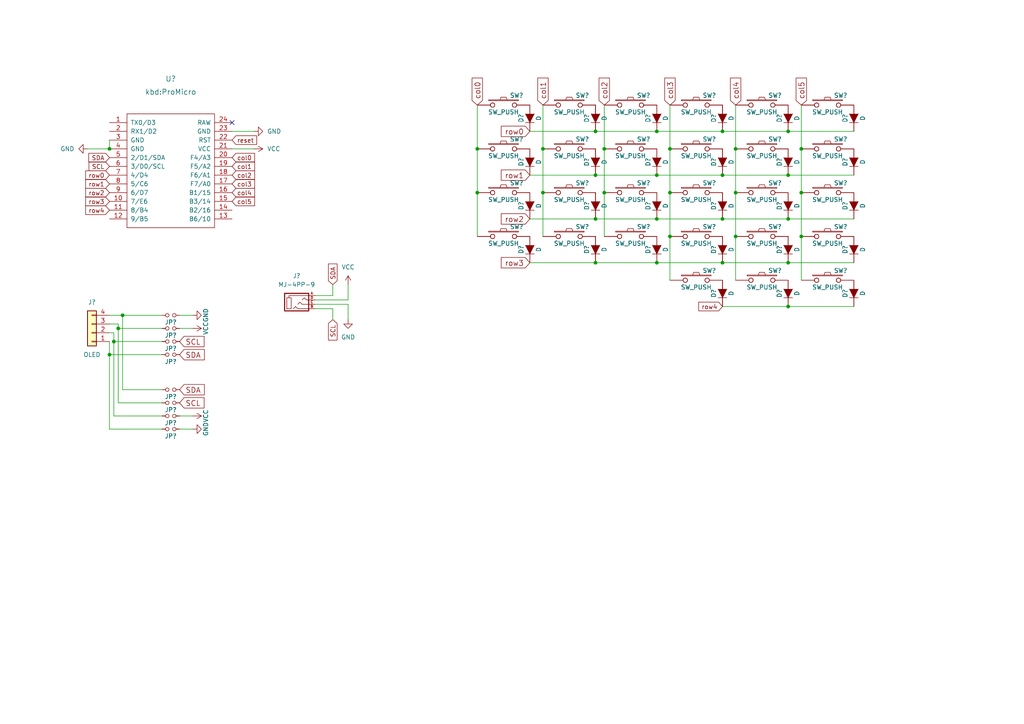
<source format=kicad_sch>
(kicad_sch (version 20211123) (generator eeschema)
  (paper "A4")
  (lib_symbols
    (symbol "Connector_Generic:Conn_01x04" (pin_names (offset 1.016) hide)
      (property "Reference" "J" (at 0 5.08 0))
      (property "Value" "Conn_01x04" (at 0 -7.62 0))
      (symbol "Conn_01x04_1_1"
        (rectangle (start -1.27 -4.953) (end 0 -5.207) (stroke (width 0.1524)))
        (rectangle (start -1.27 -2.413) (end 0 -2.667) (stroke (width 0.1524)))
        (rectangle (start -1.27 0.127) (end 0 -0.127) (stroke (width 0.1524)))
        (rectangle (start -1.27 2.667) (end 0 2.413) (stroke (width 0.1524)))
        (rectangle (start -1.27 3.81) (end 1.27 -6.35) (stroke (width 0.254)) (fill (type background)))
        (pin passive line (at -5.08 2.54 0) (length 3.81) (name "Pin_1") (number "1"))
        (pin passive line (at -5.08 0 0) (length 3.81) (name "Pin_2") (number "2"))
        (pin passive line (at -5.08 -2.54 0) (length 3.81) (name "Pin_3") (number "3"))
        (pin passive line (at -5.08 -5.08 0) (length 3.81) (name "Pin_4") (number "4"))
      )
    )
    (symbol "corne-classic-cache:Device{colon}Jumper_NO_Small" (pin_numbers hide) (pin_names (offset 0.762) hide)
      (property "Reference" "JP" (at 0 2.032 0))
      (property "Value" "Device{colon}Jumper_NO_Small" (at 0.254 -1.524 0))
      (symbol "Device{colon}Jumper_NO_Small_0_1"
        (circle (center -1.016 0) (radius 0.508))
        (circle (center 1.016 0) (radius 0.508))
        (pin passive line (at -2.54 0 0) (length 1.016) (name "1") (number "1"))
        (pin passive line (at 2.54 0 180) (length 1.016) (name "2") (number "2"))
      )
    )
    (symbol "kbd:MJ-4PP-9" (pin_names (offset 1.016))
      (property "Reference" "J" (at 0 3.81 0))
      (property "Value" "MJ-4PP-9" (at 0 -3.81 0))
      (symbol "MJ-4PP-9_0_1"
        (rectangle (start -1.905 -1.905) (end -3.175 1.27))
        (polyline (pts (xy -2.54 1.27) (xy -2.54 1.905) (xy 3.175 1.905)))
        (polyline (pts (xy -1.27 -1.905) (xy -0.635 -1.27) (xy 0 -1.905) (xy 3.175 -1.905)))
        (polyline (pts (xy 0 -0.635) (xy 0.635 0) (xy 1.27 -0.635) (xy 3.175 -0.635)))
        (polyline (pts (xy 1.27 0.635) (xy 1.905 1.27) (xy 2.54 0.635) (xy 3.175 0.635)))
        (rectangle (start 3.175 2.54) (end -3.81 -2.54) (stroke (width 0.3048)))
      )
      (symbol "MJ-4PP-9_1_1"
        (pin input line (at 5.08 1.905 180) (length 2.0066) (name "~") (number "A"))
        (pin input line (at 5.08 -1.905 180) (length 2.0066) (name "~") (number "B"))
        (pin input line (at 5.08 -0.635 180) (length 2.0066) (name "~") (number "C"))
        (pin input line (at 5.08 0.635 180) (length 2.0066) (name "~") (number "D"))
      )
    )
    (symbol "kbd:ProMicro" (pin_names (offset 1.016))
      (property "Reference" "U" (at 0 19.05 0))
      (property "Value" "ProMicro" (at 0 -19.05 0))
      (symbol "ProMicro_0_1"
        (rectangle (start -12.7 16.51) (end 12.7 -16.51))
      )
      (symbol "ProMicro_1_1"
        (pin bidirectional line (at -17.78 13.97 0) (length 5.08) (name "TX0/D3") (number "1"))
        (pin bidirectional line (at -17.78 -8.89 0) (length 5.08) (name "7/E6") (number "10"))
        (pin bidirectional line (at -17.78 -11.43 0) (length 5.08) (name "8/B4") (number "11"))
        (pin bidirectional line (at -17.78 -13.97 0) (length 5.08) (name "9/B5") (number "12"))
        (pin bidirectional line (at 17.78 -13.97 180) (length 5.08) (name "B6/10") (number "13"))
        (pin bidirectional line (at 17.78 -11.43 180) (length 5.08) (name "B2/16") (number "14"))
        (pin bidirectional line (at 17.78 -8.89 180) (length 5.08) (name "B3/14") (number "15"))
        (pin bidirectional line (at 17.78 -6.35 180) (length 5.08) (name "B1/15") (number "16"))
        (pin bidirectional line (at 17.78 -3.81 180) (length 5.08) (name "F7/A0") (number "17"))
        (pin bidirectional line (at 17.78 -1.27 180) (length 5.08) (name "F6/A1") (number "18"))
        (pin bidirectional line (at 17.78 1.27 180) (length 5.08) (name "F5/A2") (number "19"))
        (pin bidirectional line (at -17.78 11.43 0) (length 5.08) (name "RX1/D2") (number "2"))
        (pin bidirectional line (at 17.78 3.81 180) (length 5.08) (name "F4/A3") (number "20"))
        (pin power_in line (at 17.78 6.35 180) (length 5.08) (name "VCC") (number "21"))
        (pin input line (at 17.78 8.89 180) (length 5.08) (name "RST") (number "22"))
        (pin power_in line (at 17.78 11.43 180) (length 5.08) (name "GND") (number "23"))
        (pin power_out line (at 17.78 13.97 180) (length 5.08) (name "RAW") (number "24"))
        (pin power_in line (at -17.78 8.89 0) (length 5.08) (name "GND") (number "3"))
        (pin power_in line (at -17.78 6.35 0) (length 5.08) (name "GND") (number "4"))
        (pin bidirectional line (at -17.78 3.81 0) (length 5.08) (name "2/D1/SDA") (number "5"))
        (pin bidirectional line (at -17.78 1.27 0) (length 5.08) (name "3/D0/SCL") (number "6"))
        (pin bidirectional line (at -17.78 -1.27 0) (length 5.08) (name "4/D4") (number "7"))
        (pin bidirectional line (at -17.78 -3.81 0) (length 5.08) (name "5/C6") (number "8"))
        (pin bidirectional line (at -17.78 -6.35 0) (length 5.08) (name "6/D7") (number "9"))
      )
    )
    (symbol "lets_split-rescue:D" (pin_numbers hide) (pin_names (offset 1.016) hide)
      (property "Reference" "D" (at 0 2.54 0))
      (property "Value" "D" (at 0 -2.54 0))
      (symbol "D_0_1"
        (polyline (pts (xy -1.27 1.27) (xy -1.27 -1.27)) (stroke (width 0.1524)))
        (polyline (pts (xy 1.27 1.27) (xy -1.27 0) (xy 1.27 -1.27)) (fill (type outline)))
      )
      (symbol "D_1_1"
        (pin passive line (at -3.81 0 0) (length 2.54) (name "K") (number "1"))
        (pin passive line (at 3.81 0 180) (length 2.54) (name "A") (number "2"))
      )
    )
    (symbol "lets_split-rescue:SW_PUSH" (pin_numbers hide) (pin_names (offset 1.016) hide)
      (property "Reference" "SW" (at 3.81 2.794 0))
      (property "Value" "SW_PUSH" (at 0 -2.032 0))
      (symbol "SW_PUSH_0_1"
        (rectangle (start -4.318 1.27) (end 4.318 1.524))
        (polyline (pts (xy -1.016 1.524) (xy -0.762 2.286) (xy 0.762 2.286) (xy 1.016 1.524)))
        (pin passive inverted (at -7.62 0 0) (length 5.08) (name "1") (number "1"))
        (pin passive inverted (at 7.62 0 180) (length 5.08) (name "2") (number "2"))
      )
    )
    (symbol "power:GND" (power) (pin_names (offset 0))
      (property "Value" "GND" (at 0 -3.81 0))
      (symbol "GND_0_1"
        (polyline (pts (xy 0 0) (xy 0 -1.27) (xy 1.27 -1.27) (xy 0 -2.54) (xy -1.27 -1.27) (xy 0 -1.27)))
      )
      (symbol "GND_1_1"
        (pin power_in line (at 0 0 270) (length 0) hide (name "GND") (number "1"))
      )
    )
    (symbol "power:VCC" (power) (pin_names (offset 0))
      (property "Value" "VCC" (at 0 3.81 0))
      (symbol "VCC_0_1"
        (polyline (pts (xy -0.762 1.27) (xy 0 2.54)))
        (polyline (pts (xy 0 0) (xy 0 2.54)))
        (polyline (pts (xy 0 2.54) (xy 0.762 1.27)))
      )
      (symbol "VCC_1_1"
        (pin power_in line (at 0 0 90) (length 0) hide (name "VCC") (number "1"))
      )
    )
  )
  (junction (at 228.6 76.2))
  (junction (at 138.43 55.88))
  (junction (at 228.6 38.1))
  (junction (at 175.26 43.18))
  (junction (at 209.55 63.5))
  (junction (at 209.55 50.8))
  (junction (at 172.72 76.2))
  (junction (at 209.55 38.1))
  (junction (at 232.41 68.58))
  (junction (at 213.36 55.88))
  (junction (at 194.31 43.18))
  (junction (at 228.6 50.8))
  (junction (at 33.02 99.06))
  (junction (at 190.5 50.8))
  (junction (at 157.48 55.88))
  (junction (at 172.72 38.1))
  (junction (at 228.6 63.5))
  (junction (at 190.5 38.1))
  (junction (at 35.56 91.44))
  (junction (at 213.36 68.58))
  (junction (at 232.41 43.18))
  (junction (at 172.72 50.8))
  (junction (at 209.55 76.2))
  (junction (at 34.29 95.25))
  (junction (at 228.6 88.9))
  (junction (at 190.5 63.5))
  (junction (at 31.75 102.87))
  (junction (at 213.36 43.18))
  (junction (at 31.75 43.18))
  (junction (at 175.26 55.88))
  (junction (at 190.5 76.2))
  (junction (at 157.48 43.18))
  (junction (at 172.72 63.5))
  (junction (at 138.43 43.18))
  (junction (at 232.41 55.88))
  (junction (at 194.31 55.88))
  (junction (at 194.31 68.58))
  (no_connect (at 67.31 35.56))
  (wire (pts (xy 232.41 55.88) (xy 232.41 68.58)))
  (wire (pts (xy 31.75 124.46) (xy 46.99 124.46)))
  (wire (pts (xy 172.72 63.5) (xy 190.5 63.5)))
  (wire (pts (xy 31.75 99.06) (xy 31.75 102.87)))
  (wire (pts (xy 190.5 50.8) (xy 209.55 50.8)))
  (wire (pts (xy 228.6 38.1) (xy 247.65 38.1)))
  (wire (pts (xy 31.75 96.52) (xy 33.02 96.52)))
  (wire (pts (xy 228.6 76.2) (xy 247.65 76.2)))
  (wire (pts (xy 153.67 50.8) (xy 172.72 50.8)))
  (wire (pts (xy 31.75 93.98) (xy 34.29 93.98)))
  (wire (pts (xy 172.72 38.1) (xy 190.5 38.1)))
  (wire (pts (xy 96.52 89.535) (xy 96.52 92.71)))
  (wire (pts (xy 52.07 91.44) (xy 55.88 91.44)))
  (wire (pts (xy 153.67 38.1) (xy 172.72 38.1)))
  (wire (pts (xy 175.26 55.88) (xy 175.26 68.58)))
  (wire (pts (xy 209.55 76.2) (xy 228.6 76.2)))
  (wire (pts (xy 52.07 124.46) (xy 55.88 124.46)))
  (wire (pts (xy 52.07 95.25) (xy 55.88 95.25)))
  (wire (pts (xy 232.41 30.48) (xy 232.41 43.18)))
  (wire (pts (xy 153.67 63.5) (xy 172.72 63.5)))
  (wire (pts (xy 172.72 50.8) (xy 190.5 50.8)))
  (wire (pts (xy 194.31 43.18) (xy 194.31 55.88)))
  (wire (pts (xy 194.31 55.88) (xy 194.31 68.58)))
  (wire (pts (xy 25.4 43.18) (xy 31.75 43.18)))
  (wire (pts (xy 34.29 93.98) (xy 34.29 95.25)))
  (wire (pts (xy 213.36 68.58) (xy 213.36 81.28)))
  (wire (pts (xy 175.26 43.18) (xy 175.26 55.88)))
  (wire (pts (xy 213.36 30.48) (xy 213.36 43.18)))
  (wire (pts (xy 157.48 43.18) (xy 157.48 55.88)))
  (wire (pts (xy 34.29 116.84) (xy 46.99 116.84)))
  (wire (pts (xy 209.55 50.8) (xy 228.6 50.8)))
  (wire (pts (xy 175.26 30.48) (xy 175.26 43.18)))
  (wire (pts (xy 35.56 91.44) (xy 46.99 91.44)))
  (wire (pts (xy 67.31 38.1) (xy 73.66 38.1)))
  (wire (pts (xy 33.02 120.65) (xy 46.99 120.65)))
  (wire (pts (xy 52.07 120.65) (xy 55.88 120.65)))
  (wire (pts (xy 209.55 38.1) (xy 228.6 38.1)))
  (wire (pts (xy 228.6 88.9) (xy 247.65 88.9)))
  (wire (pts (xy 100.965 88.265) (xy 100.965 92.71)))
  (wire (pts (xy 91.44 85.725) (xy 96.52 85.725)))
  (wire (pts (xy 35.56 91.44) (xy 35.56 113.03)))
  (wire (pts (xy 190.5 76.2) (xy 209.55 76.2)))
  (wire (pts (xy 46.99 102.87) (xy 31.75 102.87)))
  (wire (pts (xy 34.29 95.25) (xy 34.29 116.84)))
  (wire (pts (xy 209.55 63.5) (xy 228.6 63.5)))
  (wire (pts (xy 228.6 50.8) (xy 247.65 50.8)))
  (wire (pts (xy 190.5 63.5) (xy 209.55 63.5)))
  (wire (pts (xy 91.44 89.535) (xy 96.52 89.535)))
  (wire (pts (xy 67.31 43.18) (xy 73.66 43.18)))
  (wire (pts (xy 35.56 113.03) (xy 46.99 113.03)))
  (wire (pts (xy 31.75 102.87) (xy 31.75 124.46)))
  (wire (pts (xy 138.43 43.18) (xy 138.43 55.88)))
  (wire (pts (xy 232.41 43.18) (xy 232.41 55.88)))
  (wire (pts (xy 33.02 96.52) (xy 33.02 99.06)))
  (wire (pts (xy 157.48 55.88) (xy 157.48 68.58)))
  (wire (pts (xy 138.43 55.88) (xy 138.43 68.58)))
  (wire (pts (xy 194.31 68.58) (xy 194.31 81.28)))
  (wire (pts (xy 194.31 30.48) (xy 194.31 43.18)))
  (wire (pts (xy 91.44 86.995) (xy 100.965 86.995)))
  (wire (pts (xy 138.43 30.48) (xy 138.43 43.18)))
  (wire (pts (xy 33.02 99.06) (xy 33.02 120.65)))
  (wire (pts (xy 96.52 82.55) (xy 96.52 85.725)))
  (wire (pts (xy 232.41 68.58) (xy 232.41 81.28)))
  (wire (pts (xy 157.48 30.48) (xy 157.48 43.18)))
  (wire (pts (xy 46.99 95.25) (xy 34.29 95.25)))
  (wire (pts (xy 153.67 76.2) (xy 172.72 76.2)))
  (wire (pts (xy 213.36 55.88) (xy 213.36 68.58)))
  (wire (pts (xy 91.44 88.265) (xy 100.965 88.265)))
  (wire (pts (xy 100.965 82.55) (xy 100.965 86.995)))
  (wire (pts (xy 228.6 63.5) (xy 247.65 63.5)))
  (wire (pts (xy 46.99 99.06) (xy 33.02 99.06)))
  (wire (pts (xy 31.75 40.64) (xy 31.75 43.18)))
  (wire (pts (xy 190.5 38.1) (xy 209.55 38.1)))
  (wire (pts (xy 31.75 91.44) (xy 35.56 91.44)))
  (wire (pts (xy 213.36 43.18) (xy 213.36 55.88)))
  (wire (pts (xy 172.72 76.2) (xy 190.5 76.2)))
  (wire (pts (xy 209.55 88.9) (xy 228.6 88.9)))
  (global_label "SCL" (shape input) (at 52.07 99.06 0) (effects (font (size 1.524 1.524))) (property "Intersheet References" "${INTERSHEET_REFS}" (effects hide)))
  (global_label "reset" (shape input) (at 67.31 40.64 0) (property "Intersheet References" "${INTERSHEET_REFS}" (effects hide)))
  (global_label "col4" (shape input) (at 213.36 30.48 90) (effects (font (size 1.524 1.524))) (property "Intersheet References" "${INTERSHEET_REFS}" (effects hide)))
  (global_label "SCL" (shape input) (at 31.75 48.26 180) (property "Intersheet References" "${INTERSHEET_REFS}" (effects hide)))
  (global_label "col5" (shape input) (at 67.31 58.42 0) (property "Intersheet References" "${INTERSHEET_REFS}" (effects hide)))
  (global_label "SDA" (shape input) (at 52.07 113.03 0) (effects (font (size 1.524 1.524))) (property "Intersheet References" "${INTERSHEET_REFS}" (effects hide)))
  (global_label "col2" (shape input) (at 175.26 30.48 90) (effects (font (size 1.524 1.524))) (property "Intersheet References" "${INTERSHEET_REFS}" (effects hide)))
  (global_label "row0" (shape input) (at 153.67 38.1 180) (effects (font (size 1.524 1.524))) (property "Intersheet References" "${INTERSHEET_REFS}" (effects hide)))
  (global_label "col3" (shape input) (at 67.31 53.34 0) (property "Intersheet References" "${INTERSHEET_REFS}" (effects hide)))
  (global_label "SCL" (shape input) (at 52.07 116.84 0) (effects (font (size 1.524 1.524))) (property "Intersheet References" "${INTERSHEET_REFS}" (effects hide)))
  (global_label "row3" (shape input) (at 31.75 58.42 180) (property "Intersheet References" "${INTERSHEET_REFS}" (effects hide)))
  (global_label "SDA" (shape input) (at 52.07 102.87 0) (effects (font (size 1.524 1.524))) (property "Intersheet References" "${INTERSHEET_REFS}" (effects hide)))
  (global_label "row3" (shape input) (at 153.67 76.2 180) (effects (font (size 1.524 1.524))) (property "Intersheet References" "${INTERSHEET_REFS}" (effects hide)))
  (global_label "col1" (shape input) (at 157.48 30.48 90) (effects (font (size 1.524 1.524))) (property "Intersheet References" "${INTERSHEET_REFS}" (effects hide)))
  (global_label "SDA" (shape input) (at 96.52 82.55 90) (property "Intersheet References" "${INTERSHEET_REFS}" (effects hide)))
  (global_label "row2" (shape input) (at 153.67 63.5 180) (effects (font (size 1.524 1.524))) (property "Intersheet References" "${INTERSHEET_REFS}" (effects hide)))
  (global_label "row4" (shape input) (at 31.75 60.96 180) (property "Intersheet References" "${INTERSHEET_REFS}" (effects hide)))
  (global_label "col5" (shape input) (at 232.41 30.48 90) (effects (font (size 1.524 1.524))) (property "Intersheet References" "${INTERSHEET_REFS}" (effects hide)))
  (global_label "col0" (shape input) (at 67.31 45.72 0) (property "Intersheet References" "${INTERSHEET_REFS}" (effects hide)))
  (global_label "col0" (shape input) (at 138.43 30.48 90) (effects (font (size 1.524 1.524))) (property "Intersheet References" "${INTERSHEET_REFS}" (effects hide)))
  (global_label "col2" (shape input) (at 67.31 50.8 0) (property "Intersheet References" "${INTERSHEET_REFS}" (effects hide)))
  (global_label "col4" (shape input) (at 67.31 55.88 0) (property "Intersheet References" "${INTERSHEET_REFS}" (effects hide)))
  (global_label "row4" (shape input) (at 209.55 88.9 180) (property "Intersheet References" "${INTERSHEET_REFS}" (effects hide)))
  (global_label "row1" (shape input) (at 31.75 53.34 180) (property "Intersheet References" "${INTERSHEET_REFS}" (effects hide)))
  (global_label "SDA" (shape input) (at 31.75 45.72 180) (property "Intersheet References" "${INTERSHEET_REFS}" (effects hide)))
  (global_label "row2" (shape input) (at 31.75 55.88 180) (property "Intersheet References" "${INTERSHEET_REFS}" (effects hide)))
  (global_label "row1" (shape input) (at 153.67 50.8 180) (effects (font (size 1.524 1.524))) (property "Intersheet References" "${INTERSHEET_REFS}" (effects hide)))
  (global_label "SCL" (shape input) (at 96.52 92.71 270) (property "Intersheet References" "${INTERSHEET_REFS}" (effects hide)))
  (global_label "col3" (shape input) (at 194.31 30.48 90) (effects (font (size 1.524 1.524))) (property "Intersheet References" "${INTERSHEET_REFS}" (effects hide)))
  (global_label "col1" (shape input) (at 67.31 48.26 0) (property "Intersheet References" "${INTERSHEET_REFS}" (effects hide)))
  (global_label "row0" (shape input) (at 31.75 50.8 180) (property "Intersheet References" "${INTERSHEET_REFS}" (effects hide)))
  (symbol (lib_id "lets_split-rescue:SW_PUSH") (at 146.05 30.48 0) (unit 1)
    (property "Reference" "SW?" (at 149.86 27.686 0))
    (property "Value" "SW_PUSH" (at 146.05 32.512 0))
    (property "Footprint" "flipalps:MXALPS_FLIP" (effects hide))
  )
  (symbol (lib_id "lets_split-rescue:SW_PUSH") (at 165.1 68.58 0) (unit 1)
    (property "Reference" "SW?" (at 168.91 65.786 0))
    (property "Value" "SW_PUSH" (at 165.1 70.612 0))
    (property "Footprint" "flipalps:MXALPS_FLIP" (effects hide))
  )
  (symbol (lib_id "lets_split-rescue:D") (at 247.65 34.29 90) (unit 1)
    (property "Reference" "D?" (at 245.11 34.29 0))
    (property "Value" "D" (at 250.19 34.29 0))
    (property "Footprint" "Diodes_ThroughHole:Diode_DO-41_SOD81_Horizontal_RM10" (effects hide))
  )
  (symbol (lib_id "corne-classic-cache:Device{colon}Jumper_NO_Small") (at 49.53 124.46 180) (unit 1)
    (property "Reference" "JP?" (at 49.53 126.492 0))
    (property "Value" " " (at 49.276 122.936 0))
    (property "Footprint" "kbd:Jumper" (effects hide))
  )
  (symbol (lib_id "lets_split-rescue:SW_PUSH") (at 182.88 30.48 0) (unit 1)
    (property "Reference" "SW?" (at 186.69 27.686 0))
    (property "Value" "SW_PUSH" (at 182.88 32.512 0))
    (property "Footprint" "flipalps:MXALPS_FLIP" (effects hide))
  )
  (symbol (lib_id "lets_split-rescue:D") (at 228.6 34.29 90) (unit 1)
    (property "Reference" "D?" (at 226.06 34.29 0))
    (property "Value" "D" (at 231.14 34.29 0))
    (property "Footprint" "Diodes_ThroughHole:Diode_DO-41_SOD81_Horizontal_RM10" (effects hide))
  )
  (symbol (lib_id "lets_split-rescue:D") (at 172.72 72.39 90) (unit 1)
    (property "Reference" "D?" (at 170.18 72.39 0))
    (property "Value" "D" (at 175.26 72.39 0))
    (property "Footprint" "Diodes_ThroughHole:Diode_DO-41_SOD81_Horizontal_RM10" (effects hide))
  )
  (symbol (lib_id "lets_split-rescue:D") (at 172.72 46.99 90) (unit 1)
    (property "Reference" "D?" (at 170.18 46.99 0))
    (property "Value" "D" (at 175.26 46.99 0))
    (property "Footprint" "Diodes_ThroughHole:Diode_DO-41_SOD81_Horizontal_RM10" (effects hide))
  )
  (symbol (lib_id "lets_split-rescue:D") (at 247.65 59.69 90) (unit 1)
    (property "Reference" "D?" (at 245.11 59.69 0))
    (property "Value" "D" (at 250.19 59.69 0))
    (property "Footprint" "Diodes_ThroughHole:Diode_DO-41_SOD81_Horizontal_RM10" (effects hide))
  )
  (symbol (lib_id "lets_split-rescue:D") (at 153.67 59.69 90) (unit 1)
    (property "Reference" "D?" (at 151.13 59.69 0))
    (property "Value" "D" (at 156.21 59.69 0))
    (property "Footprint" "Diodes_ThroughHole:Diode_DO-41_SOD81_Horizontal_RM10" (effects hide))
  )
  (symbol (lib_id "lets_split-rescue:D") (at 190.5 59.69 90) (unit 1)
    (property "Reference" "D?" (at 187.96 59.69 0))
    (property "Value" "D" (at 193.04 59.69 0))
    (property "Footprint" "Diodes_ThroughHole:Diode_DO-41_SOD81_Horizontal_RM10" (effects hide))
  )
  (symbol (lib_id "lets_split-rescue:SW_PUSH") (at 240.03 55.88 0) (unit 1)
    (property "Reference" "SW?" (at 243.84 53.086 0))
    (property "Value" "SW_PUSH" (at 240.03 57.912 0))
    (property "Footprint" "flipalps:MXALPS_FLIP" (effects hide))
  )
  (symbol (lib_id "corne-classic-cache:Device{colon}Jumper_NO_Small") (at 49.53 102.87 180) (unit 1)
    (property "Reference" "JP?" (at 49.53 104.902 0))
    (property "Value" " " (at 49.276 101.346 0))
    (property "Footprint" "kbd:Jumper" (effects hide))
  )
  (symbol (lib_id "lets_split-rescue:SW_PUSH") (at 146.05 43.18 0) (unit 1)
    (property "Reference" "SW?" (at 149.86 40.386 0))
    (property "Value" "SW_PUSH" (at 146.05 45.212 0))
    (property "Footprint" "flipalps:MXALPS_FLIP" (effects hide))
  )
  (symbol (lib_id "corne-classic-cache:Device{colon}Jumper_NO_Small") (at 49.53 99.06 180) (unit 1)
    (property "Reference" "JP?" (at 49.53 101.092 0))
    (property "Value" " " (at 49.276 97.536 0))
    (property "Footprint" "kbd:Jumper" (effects hide))
  )
  (symbol (lib_id "lets_split-rescue:SW_PUSH") (at 220.98 43.18 0) (unit 1)
    (property "Reference" "SW?" (at 224.79 40.386 0))
    (property "Value" "SW_PUSH" (at 220.98 45.212 0))
    (property "Footprint" "flipalps:MXALPS_FLIP" (effects hide))
  )
  (symbol (lib_id "lets_split-rescue:D") (at 153.67 34.29 90) (unit 1)
    (property "Reference" "D?" (at 151.13 34.29 0))
    (property "Value" "D" (at 156.21 34.29 0))
    (property "Footprint" "Diodes_ThroughHole:Diode_DO-41_SOD81_Horizontal_RM10" (effects hide))
  )
  (symbol (lib_id "corne-classic-cache:Device{colon}Jumper_NO_Small") (at 49.53 113.03 180) (unit 1)
    (property "Reference" "JP?" (at 49.53 115.062 0))
    (property "Value" " " (at 49.276 111.506 0))
    (property "Footprint" "kbd:Jumper" (effects hide))
  )
  (symbol (lib_id "power:VCC") (at 100.965 82.55 0) (unit 1)
    (property "Reference" "#PWR?" (effects hide))
    (property "Value" "VCC" (at 100.965 77.47 0))
  )
  (symbol (lib_id "lets_split-rescue:SW_PUSH") (at 146.05 68.58 0) (unit 1)
    (property "Reference" "SW?" (at 149.86 65.786 0))
    (property "Value" "SW_PUSH" (at 146.05 70.612 0))
    (property "Footprint" "flipalps:MXALPS_FLIP" (effects hide))
  )
  (symbol (lib_id "corne-classic-cache:Device{colon}Jumper_NO_Small") (at 49.53 95.25 180) (unit 1)
    (property "Reference" "JP?" (at 49.53 97.282 0))
    (property "Value" " " (at 49.276 93.726 0))
    (property "Footprint" "kbd:Jumper" (effects hide))
  )
  (symbol (lib_id "lets_split-rescue:D") (at 172.72 59.69 90) (unit 1)
    (property "Reference" "D?" (at 170.18 59.69 0))
    (property "Value" "D" (at 175.26 59.69 0))
    (property "Footprint" "Diodes_ThroughHole:Diode_DO-41_SOD81_Horizontal_RM10" (effects hide))
  )
  (symbol (lib_id "power:GND") (at 100.965 92.71 0) (unit 1)
    (property "Reference" "#PWR?" (effects hide))
    (property "Value" "GND" (at 100.965 97.79 0))
  )
  (symbol (lib_id "lets_split-rescue:SW_PUSH") (at 182.88 55.88 0) (unit 1)
    (property "Reference" "SW?" (at 186.69 53.086 0))
    (property "Value" "SW_PUSH" (at 182.88 57.912 0))
    (property "Footprint" "flipalps:MXALPS_FLIP" (effects hide))
  )
  (symbol (lib_id "Connector_Generic:Conn_01x04") (at 26.67 96.52 180) (unit 1)
    (property "Reference" "J?" (at 26.67 87.63 0))
    (property "Value" "OLED" (at 26.67 102.87 0))
    (property "Footprint" "kbd:OLED" (effects hide))
  )
  (symbol (lib_id "lets_split-rescue:D") (at 228.6 72.39 90) (unit 1)
    (property "Reference" "D?" (at 226.06 72.39 0))
    (property "Value" "D" (at 231.14 72.39 0))
    (property "Footprint" "Diodes_ThroughHole:Diode_DO-41_SOD81_Horizontal_RM10" (effects hide))
  )
  (symbol (lib_id "corne-classic-cache:Device{colon}Jumper_NO_Small") (at 49.53 91.44 180) (unit 1)
    (property "Reference" "JP?" (at 49.53 93.472 0))
    (property "Value" " " (at 49.276 89.916 0))
    (property "Footprint" "kbd:Jumper" (effects hide))
  )
  (symbol (lib_id "lets_split-rescue:SW_PUSH") (at 165.1 55.88 0) (unit 1)
    (property "Reference" "SW?" (at 168.91 53.086 0))
    (property "Value" "SW_PUSH" (at 165.1 57.912 0))
    (property "Footprint" "flipalps:MXALPS_FLIP" (effects hide))
  )
  (symbol (lib_id "lets_split-rescue:SW_PUSH") (at 182.88 68.58 0) (unit 1)
    (property "Reference" "SW?" (at 186.69 65.786 0))
    (property "Value" "SW_PUSH" (at 182.88 70.612 0))
    (property "Footprint" "flipalps:MXALPS_FLIP" (effects hide))
  )
  (symbol (lib_id "lets_split-rescue:SW_PUSH") (at 220.98 55.88 0) (unit 1)
    (property "Reference" "SW?" (at 224.79 53.086 0))
    (property "Value" "SW_PUSH" (at 220.98 57.912 0))
    (property "Footprint" "flipalps:MXALPS_FLIP" (effects hide))
  )
  (symbol (lib_id "lets_split-rescue:SW_PUSH") (at 182.88 43.18 0) (unit 1)
    (property "Reference" "SW?" (at 186.69 40.386 0))
    (property "Value" "SW_PUSH" (at 182.88 45.212 0))
    (property "Footprint" "flipalps:MXALPS_FLIP" (effects hide))
  )
  (symbol (lib_id "lets_split-rescue:D") (at 153.67 72.39 90) (unit 1)
    (property "Reference" "D?" (at 151.13 72.39 0))
    (property "Value" "D" (at 156.21 72.39 0))
    (property "Footprint" "Diodes_ThroughHole:Diode_DO-41_SOD81_Horizontal_RM10" (effects hide))
  )
  (symbol (lib_id "lets_split-rescue:SW_PUSH") (at 146.05 55.88 0) (unit 1)
    (property "Reference" "SW?" (at 149.86 53.086 0))
    (property "Value" "SW_PUSH" (at 146.05 57.912 0))
    (property "Footprint" "flipalps:MXALPS_FLIP" (effects hide))
  )
  (symbol (lib_id "kbd:ProMicro") (at 49.53 49.53 0) (unit 1)
    (property "Reference" "U?" (at 49.53 22.86 0) (effects (font (size 1.524 1.524))))
    (property "Value" "kbd:ProMicro" (at 49.53 26.67 0) (effects (font (size 1.524 1.524))))
  )
  (symbol (lib_id "power:VCC") (at 73.66 43.18 270) (unit 1)
    (property "Reference" "#PWR?" (effects hide))
    (property "Value" "VCC" (at 77.47 43.1799 90) (effects (justify left)))
  )
  (symbol (lib_id "lets_split-rescue:D") (at 209.55 59.69 90) (unit 1)
    (property "Reference" "D?" (at 207.01 59.69 0))
    (property "Value" "D" (at 212.09 59.69 0))
    (property "Footprint" "Diodes_ThroughHole:Diode_DO-41_SOD81_Horizontal_RM10" (effects hide))
  )
  (symbol (lib_id "lets_split-rescue:SW_PUSH") (at 201.93 30.48 0) (unit 1)
    (property "Reference" "SW?" (at 205.74 27.686 0))
    (property "Value" "SW_PUSH" (at 201.93 32.512 0))
    (property "Footprint" "flipalps:MXALPS_FLIP" (effects hide))
  )
  (symbol (lib_id "lets_split-rescue:D") (at 209.55 34.29 90) (unit 1)
    (property "Reference" "D?" (at 207.01 34.29 0))
    (property "Value" "D" (at 212.09 34.29 0))
    (property "Footprint" "Diodes_ThroughHole:Diode_DO-41_SOD81_Horizontal_RM10" (effects hide))
  )
  (symbol (lib_id "power:VCC") (at 55.88 95.25 270) (unit 1)
    (property "Reference" "#PWR?" (effects hide))
    (property "Value" "VCC" (at 59.69 95.25 0))
  )
  (symbol (lib_id "kbd:MJ-4PP-9") (at 86.36 87.63 0) (unit 1)
    (property "Reference" "J?" (at 86.0425 80.01 0))
    (property "Value" "MJ-4PP-9" (at 86.0425 82.55 0))
  )
  (symbol (lib_id "lets_split-rescue:SW_PUSH") (at 240.03 30.48 0) (unit 1)
    (property "Reference" "SW?" (at 243.84 27.686 0))
    (property "Value" "SW_PUSH" (at 240.03 32.512 0))
    (property "Footprint" "flipalps:MXALPS_FLIP" (effects hide))
  )
  (symbol (lib_id "lets_split-rescue:D") (at 247.65 85.09 90) (unit 1)
    (property "Reference" "D?" (at 245.11 85.09 0))
    (property "Value" "D" (at 250.19 85.09 0))
    (property "Footprint" "Diodes_ThroughHole:Diode_DO-41_SOD81_Horizontal_RM10" (effects hide))
  )
  (symbol (lib_id "lets_split-rescue:D") (at 190.5 72.39 90) (unit 1)
    (property "Reference" "D?" (at 187.96 72.39 0))
    (property "Value" "D" (at 193.04 72.39 0))
    (property "Footprint" "Diodes_ThroughHole:Diode_DO-41_SOD81_Horizontal_RM10" (effects hide))
  )
  (symbol (lib_id "power:GND") (at 55.88 91.44 90) (unit 1)
    (property "Reference" "#PWR?" (effects hide))
    (property "Value" "GND" (at 59.69 91.44 0))
  )
  (symbol (lib_id "lets_split-rescue:SW_PUSH") (at 220.98 81.28 0) (unit 1)
    (property "Reference" "SW?" (at 224.79 78.486 0))
    (property "Value" "SW_PUSH" (at 220.98 83.312 0))
    (property "Footprint" "flipalps:MXALPS_FLIP" (effects hide))
  )
  (symbol (lib_id "lets_split-rescue:D") (at 228.6 85.09 90) (unit 1)
    (property "Reference" "D?" (at 226.06 85.09 0))
    (property "Value" "D" (at 231.14 85.09 0))
    (property "Footprint" "Diodes_ThroughHole:Diode_DO-41_SOD81_Horizontal_RM10" (effects hide))
  )
  (symbol (lib_id "lets_split-rescue:D") (at 209.55 46.99 90) (unit 1)
    (property "Reference" "D?" (at 207.01 46.99 0))
    (property "Value" "D" (at 212.09 46.99 0))
    (property "Footprint" "Diodes_ThroughHole:Diode_DO-41_SOD81_Horizontal_RM10" (effects hide))
  )
  (symbol (lib_id "lets_split-rescue:D") (at 228.6 59.69 90) (unit 1)
    (property "Reference" "D?" (at 226.06 59.69 0))
    (property "Value" "D" (at 231.14 59.69 0))
    (property "Footprint" "Diodes_ThroughHole:Diode_DO-41_SOD81_Horizontal_RM10" (effects hide))
  )
  (symbol (lib_id "lets_split-rescue:SW_PUSH") (at 165.1 43.18 0) (unit 1)
    (property "Reference" "SW?" (at 168.91 40.386 0))
    (property "Value" "SW_PUSH" (at 165.1 45.212 0))
    (property "Footprint" "flipalps:MXALPS_FLIP" (effects hide))
  )
  (symbol (lib_id "power:VCC") (at 55.88 120.65 270) (unit 1)
    (property "Reference" "#PWR?" (effects hide))
    (property "Value" "VCC" (at 59.69 120.65 0))
  )
  (symbol (lib_id "corne-classic-cache:Device{colon}Jumper_NO_Small") (at 49.53 116.84 180) (unit 1)
    (property "Reference" "JP?" (at 49.53 118.872 0))
    (property "Value" " " (at 49.276 115.316 0))
    (property "Footprint" "kbd:Jumper" (effects hide))
  )
  (symbol (lib_id "corne-classic-cache:Device{colon}Jumper_NO_Small") (at 49.53 120.65 180) (unit 1)
    (property "Reference" "JP?" (at 49.53 122.682 0))
    (property "Value" " " (at 49.276 119.126 0))
    (property "Footprint" "kbd:Jumper" (effects hide))
  )
  (symbol (lib_id "power:GND") (at 73.66 38.1 90) (unit 1)
    (property "Reference" "#PWR?" (effects hide))
    (property "Value" "GND" (at 77.47 38.0999 90) (effects (justify right)))
  )
  (symbol (lib_id "lets_split-rescue:SW_PUSH") (at 240.03 68.58 0) (unit 1)
    (property "Reference" "SW?" (at 243.84 65.786 0))
    (property "Value" "SW_PUSH" (at 240.03 70.612 0))
    (property "Footprint" "flipalps:MXALPS_FLIP" (effects hide))
  )
  (symbol (lib_id "lets_split-rescue:SW_PUSH") (at 240.03 81.28 0) (unit 1)
    (property "Reference" "SW?" (at 243.84 78.486 0))
    (property "Value" "SW_PUSH" (at 240.03 83.312 0))
    (property "Footprint" "flipalps:MXALPS_FLIP" (effects hide))
  )
  (symbol (lib_id "lets_split-rescue:SW_PUSH") (at 201.93 43.18 0) (unit 1)
    (property "Reference" "SW?" (at 205.74 40.386 0))
    (property "Value" "SW_PUSH" (at 201.93 45.212 0))
    (property "Footprint" "flipalps:MXALPS_FLIP" (effects hide))
  )
  (symbol (lib_id "lets_split-rescue:D") (at 228.6 46.99 90) (unit 1)
    (property "Reference" "D?" (at 226.06 46.99 0))
    (property "Value" "D" (at 231.14 46.99 0))
    (property "Footprint" "Diodes_ThroughHole:Diode_DO-41_SOD81_Horizontal_RM10" (effects hide))
  )
  (symbol (lib_id "power:GND") (at 25.4 43.18 270) (unit 1)
    (property "Reference" "#PWR?" (effects hide))
    (property "Value" "GND" (at 21.59 43.1799 90) (effects (justify right)))
  )
  (symbol (lib_id "lets_split-rescue:SW_PUSH") (at 220.98 30.48 0) (unit 1)
    (property "Reference" "SW?" (at 224.79 27.686 0))
    (property "Value" "SW_PUSH" (at 220.98 32.512 0))
    (property "Footprint" "flipalps:MXALPS_FLIP" (effects hide))
  )
  (symbol (lib_id "lets_split-rescue:D") (at 247.65 72.39 90) (unit 1)
    (property "Reference" "D?" (at 245.11 72.39 0))
    (property "Value" "D" (at 250.19 72.39 0))
    (property "Footprint" "Diodes_ThroughHole:Diode_DO-41_SOD81_Horizontal_RM10" (effects hide))
  )
  (symbol (lib_id "lets_split-rescue:SW_PUSH") (at 165.1 30.48 0) (unit 1)
    (property "Reference" "SW?" (at 168.91 27.686 0))
    (property "Value" "SW_PUSH" (at 165.1 32.512 0))
    (property "Footprint" "flipalps:MXALPS_FLIP" (effects hide))
  )
  (symbol (lib_id "lets_split-rescue:D") (at 190.5 46.99 90) (unit 1)
    (property "Reference" "D?" (at 187.96 46.99 0))
    (property "Value" "D" (at 193.04 46.99 0))
    (property "Footprint" "Diodes_ThroughHole:Diode_DO-41_SOD81_Horizontal_RM10" (effects hide))
  )
  (symbol (lib_id "lets_split-rescue:D") (at 209.55 72.39 90) (unit 1)
    (property "Reference" "D?" (at 207.01 72.39 0))
    (property "Value" "D" (at 212.09 72.39 0))
    (property "Footprint" "Diodes_ThroughHole:Diode_DO-41_SOD81_Horizontal_RM10" (effects hide))
  )
  (symbol (lib_id "lets_split-rescue:D") (at 247.65 46.99 90) (unit 1)
    (property "Reference" "D?" (at 245.11 46.99 0))
    (property "Value" "D" (at 250.19 46.99 0))
    (property "Footprint" "Diodes_ThroughHole:Diode_DO-41_SOD81_Horizontal_RM10" (effects hide))
  )
  (symbol (lib_id "lets_split-rescue:SW_PUSH") (at 201.93 81.28 0) (unit 1)
    (property "Reference" "SW?" (at 205.74 78.486 0))
    (property "Value" "SW_PUSH" (at 201.93 83.312 0))
    (property "Footprint" "flipalps:MXALPS_FLIP" (effects hide))
  )
  (symbol (lib_id "power:GND") (at 55.88 124.46 90) (unit 1)
    (property "Reference" "#PWR?" (effects hide))
    (property "Value" "GND" (at 59.69 124.46 0))
  )
  (symbol (lib_id "lets_split-rescue:D") (at 153.67 46.99 90) (unit 1)
    (property "Reference" "D?" (at 151.13 46.99 0))
    (property "Value" "D" (at 156.21 46.99 0))
    (property "Footprint" "Diodes_ThroughHole:Diode_DO-41_SOD81_Horizontal_RM10" (effects hide))
  )
  (symbol (lib_id "lets_split-rescue:D") (at 172.72 34.29 90) (unit 1)
    (property "Reference" "D?" (at 170.18 34.29 0))
    (property "Value" "D" (at 175.26 34.29 0))
    (property "Footprint" "Diodes_ThroughHole:Diode_DO-41_SOD81_Horizontal_RM10" (effects hide))
  )
  (symbol (lib_id "lets_split-rescue:SW_PUSH") (at 201.93 55.88 0) (unit 1)
    (property "Reference" "SW?" (at 205.74 53.086 0))
    (property "Value" "SW_PUSH" (at 201.93 57.912 0))
    (property "Footprint" "flipalps:MXALPS_FLIP" (effects hide))
  )
  (symbol (lib_id "lets_split-rescue:SW_PUSH") (at 220.98 68.58 0) (unit 1)
    (property "Reference" "SW?" (at 224.79 65.786 0))
    (property "Value" "SW_PUSH" (at 220.98 70.612 0))
    (property "Footprint" "flipalps:MXALPS_FLIP" (effects hide))
  )
  (symbol (lib_id "lets_split-rescue:D") (at 190.5 34.29 90) (unit 1)
    (property "Reference" "D?" (at 187.96 34.29 0))
    (property "Value" "D" (at 193.04 34.29 0))
    (property "Footprint" "Diodes_ThroughHole:Diode_DO-41_SOD81_Horizontal_RM10" (effects hide))
  )
  (symbol (lib_id "lets_split-rescue:SW_PUSH") (at 240.03 43.18 0) (unit 1)
    (property "Reference" "SW?" (at 243.84 40.386 0))
    (property "Value" "SW_PUSH" (at 240.03 45.212 0))
    (property "Footprint" "flipalps:MXALPS_FLIP" (effects hide))
  )
  (symbol (lib_id "lets_split-rescue:D") (at 209.55 85.09 90) (unit 1)
    (property "Reference" "D?" (at 207.01 85.09 0))
    (property "Value" "D" (at 212.09 85.09 0))
    (property "Footprint" "Diodes_ThroughHole:Diode_DO-41_SOD81_Horizontal_RM10" (effects hide))
  )
  (symbol (lib_id "lets_split-rescue:SW_PUSH") (at 201.93 68.58 0) (unit 1)
    (property "Reference" "SW?" (at 205.74 65.786 0))
    (property "Value" "SW_PUSH" (at 201.93 70.612 0))
    (property "Footprint" "flipalps:MXALPS_FLIP" (effects hide))
  )
)
</source>
